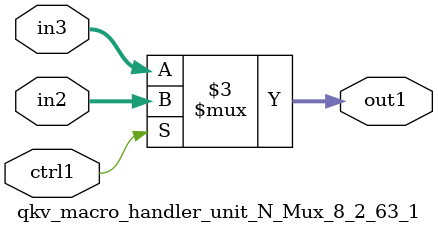
<source format=v>

`timescale 1ps / 1ps


module qkv_macro_handler_unit_N_Mux_8_2_63_1( in3, in2, ctrl1, out1 );

    input [7:0] in3;
    input [7:0] in2;
    input ctrl1;
    output [7:0] out1;
    reg [7:0] out1;

    
    // rtl_process:qkv_macro_handler_unit_N_Mux_8_2_63_1/qkv_macro_handler_unit_N_Mux_8_2_63_1_thread_1
    always @*
      begin : qkv_macro_handler_unit_N_Mux_8_2_63_1_thread_1
        case (ctrl1) 
          1'b1: 
            begin
              out1 = in2;
            end
          default: 
            begin
              out1 = in3;
            end
        endcase
      end

endmodule



</source>
